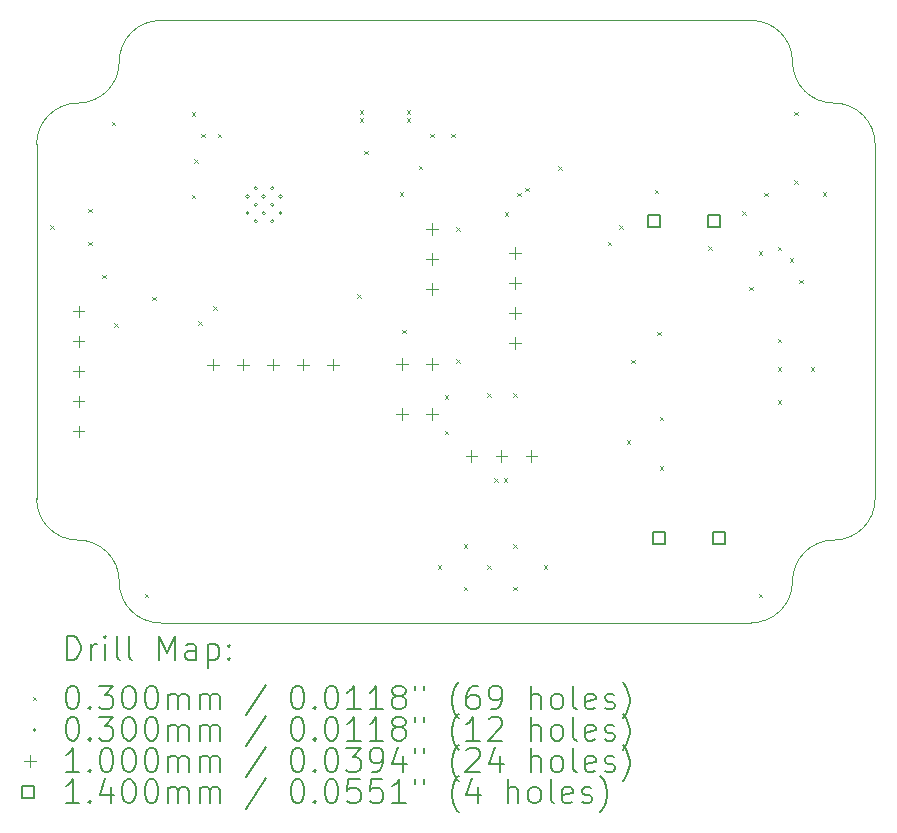
<source format=gbr>
%TF.GenerationSoftware,KiCad,Pcbnew,8.0.4*%
%TF.CreationDate,2024-08-24T09:36:37+02:00*%
%TF.ProjectId,letitrain,6c657469-7472-4616-996e-2e6b69636164,rev?*%
%TF.SameCoordinates,Original*%
%TF.FileFunction,Drillmap*%
%TF.FilePolarity,Positive*%
%FSLAX45Y45*%
G04 Gerber Fmt 4.5, Leading zero omitted, Abs format (unit mm)*
G04 Created by KiCad (PCBNEW 8.0.4) date 2024-08-24 09:36:37*
%MOMM*%
%LPD*%
G01*
G04 APERTURE LIST*
%ADD10C,0.050000*%
%ADD11C,0.200000*%
%ADD12C,0.100000*%
%ADD13C,0.140000*%
G04 APERTURE END LIST*
D10*
X3500000Y-7550000D02*
G75*
G02*
X3150000Y-7200000I0J350000D01*
G01*
X3850000Y-3500000D02*
G75*
G02*
X4200000Y-3150000I350000J0D01*
G01*
X9900000Y-3850000D02*
G75*
G02*
X9550000Y-3500000I0J350000D01*
G01*
X10250000Y-7200000D02*
G75*
G02*
X9900000Y-7550000I-350000J0D01*
G01*
X9550000Y-7900000D02*
G75*
G02*
X9200000Y-8250000I-350000J0D01*
G01*
X3500000Y-7550000D02*
G75*
G02*
X3850000Y-7900000I0J-350000D01*
G01*
X3150000Y-7200000D02*
X3150000Y-4200000D01*
X10250000Y-4200000D02*
X10250000Y-7200000D01*
X9200000Y-8250000D02*
X4200000Y-8250000D01*
X9550000Y-7900000D02*
G75*
G02*
X9900000Y-7550000I350000J0D01*
G01*
X9200000Y-3150000D02*
G75*
G02*
X9550000Y-3500000I0J-350000D01*
G01*
X4200000Y-3150000D02*
X9200000Y-3150000D01*
X3850000Y-3500000D02*
G75*
G02*
X3500000Y-3850000I-350000J0D01*
G01*
X4200000Y-8250000D02*
G75*
G02*
X3850000Y-7900000I-4980J345020D01*
G01*
X9900000Y-3850000D02*
G75*
G02*
X10250000Y-4200000I0J-350000D01*
G01*
X3150000Y-4200000D02*
G75*
G02*
X3500000Y-3850000I350000J0D01*
G01*
D11*
D12*
X3265000Y-4885000D02*
X3295000Y-4915000D01*
X3295000Y-4885000D02*
X3265000Y-4915000D01*
X3585000Y-4745000D02*
X3615000Y-4775000D01*
X3615000Y-4745000D02*
X3585000Y-4775000D01*
X3585000Y-5025000D02*
X3615000Y-5055000D01*
X3615000Y-5025000D02*
X3585000Y-5055000D01*
X3705000Y-5305000D02*
X3735000Y-5335000D01*
X3735000Y-5305000D02*
X3705000Y-5335000D01*
X3785000Y-4009000D02*
X3815000Y-4039000D01*
X3815000Y-4009000D02*
X3785000Y-4039000D01*
X3805000Y-5715000D02*
X3835000Y-5745000D01*
X3835000Y-5715000D02*
X3805000Y-5745000D01*
X4065000Y-8005000D02*
X4095000Y-8035000D01*
X4095000Y-8005000D02*
X4065000Y-8035000D01*
X4130000Y-5489000D02*
X4160000Y-5519000D01*
X4160000Y-5489000D02*
X4130000Y-5519000D01*
X4465000Y-3929000D02*
X4495000Y-3959000D01*
X4495000Y-3929000D02*
X4465000Y-3959000D01*
X4465000Y-4625000D02*
X4495000Y-4655000D01*
X4495000Y-4625000D02*
X4465000Y-4655000D01*
X4485000Y-4325000D02*
X4515000Y-4355000D01*
X4515000Y-4325000D02*
X4485000Y-4355000D01*
X4520000Y-5699000D02*
X4550000Y-5729000D01*
X4550000Y-5699000D02*
X4520000Y-5729000D01*
X4545000Y-4109000D02*
X4575000Y-4139000D01*
X4575000Y-4109000D02*
X4545000Y-4139000D01*
X4645000Y-5569000D02*
X4675000Y-5599000D01*
X4675000Y-5569000D02*
X4645000Y-5599000D01*
X4685000Y-4109000D02*
X4715000Y-4139000D01*
X4715000Y-4109000D02*
X4685000Y-4139000D01*
X5865000Y-5469000D02*
X5895000Y-5499000D01*
X5895000Y-5469000D02*
X5865000Y-5499000D01*
X5885000Y-3909000D02*
X5915000Y-3939000D01*
X5915000Y-3909000D02*
X5885000Y-3939000D01*
X5885000Y-3979000D02*
X5915000Y-4009000D01*
X5915000Y-3979000D02*
X5885000Y-4009000D01*
X5925000Y-4254400D02*
X5955000Y-4284400D01*
X5955000Y-4254400D02*
X5925000Y-4284400D01*
X6225000Y-4605000D02*
X6255000Y-4635000D01*
X6255000Y-4605000D02*
X6225000Y-4635000D01*
X6245000Y-5769000D02*
X6275000Y-5799000D01*
X6275000Y-5769000D02*
X6245000Y-5799000D01*
X6285000Y-3909000D02*
X6315000Y-3939000D01*
X6315000Y-3909000D02*
X6285000Y-3939000D01*
X6285000Y-3979000D02*
X6315000Y-4009000D01*
X6315000Y-3979000D02*
X6285000Y-4009000D01*
X6385000Y-4379800D02*
X6415000Y-4409800D01*
X6415000Y-4379800D02*
X6385000Y-4409800D01*
X6485000Y-4109000D02*
X6515000Y-4139000D01*
X6515000Y-4109000D02*
X6485000Y-4139000D01*
X6545000Y-7765000D02*
X6575000Y-7795000D01*
X6575000Y-7765000D02*
X6545000Y-7795000D01*
X6605000Y-6325000D02*
X6635000Y-6355000D01*
X6635000Y-6325000D02*
X6605000Y-6355000D01*
X6605000Y-6625000D02*
X6635000Y-6655000D01*
X6635000Y-6625000D02*
X6605000Y-6655000D01*
X6661500Y-4109000D02*
X6691500Y-4139000D01*
X6691500Y-4109000D02*
X6661500Y-4139000D01*
X6705000Y-4899000D02*
X6735000Y-4929000D01*
X6735000Y-4899000D02*
X6705000Y-4929000D01*
X6705000Y-6019000D02*
X6735000Y-6049000D01*
X6735000Y-6019000D02*
X6705000Y-6049000D01*
X6765000Y-7585000D02*
X6795000Y-7615000D01*
X6795000Y-7585000D02*
X6765000Y-7615000D01*
X6765000Y-7945000D02*
X6795000Y-7975000D01*
X6795000Y-7945000D02*
X6765000Y-7975000D01*
X6965000Y-6305000D02*
X6995000Y-6335000D01*
X6995000Y-6305000D02*
X6965000Y-6335000D01*
X6965000Y-7765000D02*
X6995000Y-7795000D01*
X6995000Y-7765000D02*
X6965000Y-7795000D01*
X7025000Y-7025000D02*
X7055000Y-7055000D01*
X7055000Y-7025000D02*
X7025000Y-7055000D01*
X7105000Y-7025000D02*
X7135000Y-7055000D01*
X7135000Y-7025000D02*
X7105000Y-7055000D01*
X7115000Y-4775000D02*
X7145000Y-4805000D01*
X7145000Y-4775000D02*
X7115000Y-4805000D01*
X7185000Y-6305000D02*
X7215000Y-6335000D01*
X7215000Y-6305000D02*
X7185000Y-6335000D01*
X7185000Y-7585000D02*
X7215000Y-7615000D01*
X7215000Y-7585000D02*
X7185000Y-7615000D01*
X7185000Y-7945000D02*
X7215000Y-7975000D01*
X7215000Y-7945000D02*
X7185000Y-7975000D01*
X7217556Y-4608027D02*
X7247556Y-4638027D01*
X7247556Y-4608027D02*
X7217556Y-4638027D01*
X7285000Y-4565000D02*
X7315000Y-4595000D01*
X7315000Y-4565000D02*
X7285000Y-4595000D01*
X7445000Y-7765000D02*
X7475000Y-7795000D01*
X7475000Y-7765000D02*
X7445000Y-7795000D01*
X7565000Y-4385000D02*
X7595000Y-4415000D01*
X7595000Y-4385000D02*
X7565000Y-4415000D01*
X7985000Y-5025000D02*
X8015000Y-5055000D01*
X8015000Y-5025000D02*
X7985000Y-5055000D01*
X8085000Y-4885000D02*
X8115000Y-4915000D01*
X8115000Y-4885000D02*
X8085000Y-4915000D01*
X8145000Y-6705000D02*
X8175000Y-6735000D01*
X8175000Y-6705000D02*
X8145000Y-6735000D01*
X8185000Y-6025000D02*
X8215000Y-6055000D01*
X8215000Y-6025000D02*
X8185000Y-6055000D01*
X8385000Y-4585000D02*
X8415000Y-4615000D01*
X8415000Y-4585000D02*
X8385000Y-4615000D01*
X8405000Y-5785000D02*
X8435000Y-5815000D01*
X8435000Y-5785000D02*
X8405000Y-5815000D01*
X8425000Y-6505000D02*
X8455000Y-6535000D01*
X8455000Y-6505000D02*
X8425000Y-6535000D01*
X8425000Y-6925000D02*
X8455000Y-6955000D01*
X8455000Y-6925000D02*
X8425000Y-6955000D01*
X8835000Y-5060000D02*
X8865000Y-5090000D01*
X8865000Y-5060000D02*
X8835000Y-5090000D01*
X9125000Y-4765000D02*
X9155000Y-4795000D01*
X9155000Y-4765000D02*
X9125000Y-4795000D01*
X9185000Y-5405000D02*
X9215000Y-5435000D01*
X9215000Y-5405000D02*
X9185000Y-5435000D01*
X9265000Y-5105000D02*
X9295000Y-5135000D01*
X9295000Y-5105000D02*
X9265000Y-5135000D01*
X9265000Y-8005000D02*
X9295000Y-8035000D01*
X9295000Y-8005000D02*
X9265000Y-8035000D01*
X9310000Y-4610000D02*
X9340000Y-4640000D01*
X9340000Y-4610000D02*
X9310000Y-4640000D01*
X9425000Y-5065000D02*
X9455000Y-5095000D01*
X9455000Y-5065000D02*
X9425000Y-5095000D01*
X9425000Y-5845000D02*
X9455000Y-5875000D01*
X9455000Y-5845000D02*
X9425000Y-5875000D01*
X9425000Y-6085000D02*
X9455000Y-6115000D01*
X9455000Y-6085000D02*
X9425000Y-6115000D01*
X9425000Y-6365000D02*
X9455000Y-6395000D01*
X9455000Y-6365000D02*
X9425000Y-6395000D01*
X9525000Y-5165000D02*
X9555000Y-5195000D01*
X9555000Y-5165000D02*
X9525000Y-5195000D01*
X9565000Y-3925000D02*
X9595000Y-3955000D01*
X9595000Y-3925000D02*
X9565000Y-3955000D01*
X9565000Y-4505000D02*
X9595000Y-4535000D01*
X9595000Y-4505000D02*
X9565000Y-4535000D01*
X9605000Y-5345000D02*
X9635000Y-5375000D01*
X9635000Y-5345000D02*
X9605000Y-5375000D01*
X9705000Y-6085000D02*
X9735000Y-6115000D01*
X9735000Y-6085000D02*
X9705000Y-6115000D01*
X9805000Y-4605000D02*
X9835000Y-4635000D01*
X9835000Y-4605000D02*
X9805000Y-4635000D01*
X4950000Y-4642000D02*
G75*
G02*
X4920000Y-4642000I-15000J0D01*
G01*
X4920000Y-4642000D02*
G75*
G02*
X4950000Y-4642000I15000J0D01*
G01*
X4950000Y-4782000D02*
G75*
G02*
X4920000Y-4782000I-15000J0D01*
G01*
X4920000Y-4782000D02*
G75*
G02*
X4950000Y-4782000I15000J0D01*
G01*
X5020000Y-4572000D02*
G75*
G02*
X4990000Y-4572000I-15000J0D01*
G01*
X4990000Y-4572000D02*
G75*
G02*
X5020000Y-4572000I15000J0D01*
G01*
X5020000Y-4712000D02*
G75*
G02*
X4990000Y-4712000I-15000J0D01*
G01*
X4990000Y-4712000D02*
G75*
G02*
X5020000Y-4712000I15000J0D01*
G01*
X5020000Y-4852000D02*
G75*
G02*
X4990000Y-4852000I-15000J0D01*
G01*
X4990000Y-4852000D02*
G75*
G02*
X5020000Y-4852000I15000J0D01*
G01*
X5087500Y-4642000D02*
G75*
G02*
X5057500Y-4642000I-15000J0D01*
G01*
X5057500Y-4642000D02*
G75*
G02*
X5087500Y-4642000I15000J0D01*
G01*
X5087500Y-4782000D02*
G75*
G02*
X5057500Y-4782000I-15000J0D01*
G01*
X5057500Y-4782000D02*
G75*
G02*
X5087500Y-4782000I15000J0D01*
G01*
X5160000Y-4572000D02*
G75*
G02*
X5130000Y-4572000I-15000J0D01*
G01*
X5130000Y-4572000D02*
G75*
G02*
X5160000Y-4572000I15000J0D01*
G01*
X5160000Y-4712000D02*
G75*
G02*
X5130000Y-4712000I-15000J0D01*
G01*
X5130000Y-4712000D02*
G75*
G02*
X5160000Y-4712000I15000J0D01*
G01*
X5160000Y-4852000D02*
G75*
G02*
X5130000Y-4852000I-15000J0D01*
G01*
X5130000Y-4852000D02*
G75*
G02*
X5160000Y-4852000I15000J0D01*
G01*
X5230000Y-4642000D02*
G75*
G02*
X5200000Y-4642000I-15000J0D01*
G01*
X5200000Y-4642000D02*
G75*
G02*
X5230000Y-4642000I15000J0D01*
G01*
X5230000Y-4782000D02*
G75*
G02*
X5200000Y-4782000I-15000J0D01*
G01*
X5200000Y-4782000D02*
G75*
G02*
X5230000Y-4782000I15000J0D01*
G01*
X3505000Y-5564000D02*
X3505000Y-5664000D01*
X3455000Y-5614000D02*
X3555000Y-5614000D01*
X3505000Y-5818000D02*
X3505000Y-5918000D01*
X3455000Y-5868000D02*
X3555000Y-5868000D01*
X3505000Y-6072000D02*
X3505000Y-6172000D01*
X3455000Y-6122000D02*
X3555000Y-6122000D01*
X3505000Y-6326000D02*
X3505000Y-6426000D01*
X3455000Y-6376000D02*
X3555000Y-6376000D01*
X3505000Y-6580000D02*
X3505000Y-6680000D01*
X3455000Y-6630000D02*
X3555000Y-6630000D01*
X4644000Y-6014000D02*
X4644000Y-6114000D01*
X4594000Y-6064000D02*
X4694000Y-6064000D01*
X4898000Y-6014000D02*
X4898000Y-6114000D01*
X4848000Y-6064000D02*
X4948000Y-6064000D01*
X5152000Y-6014000D02*
X5152000Y-6114000D01*
X5102000Y-6064000D02*
X5202000Y-6064000D01*
X5406000Y-6014000D02*
X5406000Y-6114000D01*
X5356000Y-6064000D02*
X5456000Y-6064000D01*
X5660000Y-6014000D02*
X5660000Y-6114000D01*
X5610000Y-6064000D02*
X5710000Y-6064000D01*
X6247000Y-6010000D02*
X6247000Y-6110000D01*
X6197000Y-6060000D02*
X6297000Y-6060000D01*
X6247000Y-6430000D02*
X6247000Y-6530000D01*
X6197000Y-6480000D02*
X6297000Y-6480000D01*
X6500000Y-4866000D02*
X6500000Y-4966000D01*
X6450000Y-4916000D02*
X6550000Y-4916000D01*
X6500000Y-5120000D02*
X6500000Y-5220000D01*
X6450000Y-5170000D02*
X6550000Y-5170000D01*
X6500000Y-5374000D02*
X6500000Y-5474000D01*
X6450000Y-5424000D02*
X6550000Y-5424000D01*
X6501000Y-6010000D02*
X6501000Y-6110000D01*
X6451000Y-6060000D02*
X6551000Y-6060000D01*
X6501000Y-6430000D02*
X6501000Y-6530000D01*
X6451000Y-6480000D02*
X6551000Y-6480000D01*
X6832000Y-6790000D02*
X6832000Y-6890000D01*
X6782000Y-6840000D02*
X6882000Y-6840000D01*
X7086000Y-6790000D02*
X7086000Y-6890000D01*
X7036000Y-6840000D02*
X7136000Y-6840000D01*
X7200000Y-5068000D02*
X7200000Y-5168000D01*
X7150000Y-5118000D02*
X7250000Y-5118000D01*
X7200000Y-5322000D02*
X7200000Y-5422000D01*
X7150000Y-5372000D02*
X7250000Y-5372000D01*
X7200000Y-5576000D02*
X7200000Y-5676000D01*
X7150000Y-5626000D02*
X7250000Y-5626000D01*
X7200000Y-5830000D02*
X7200000Y-5930000D01*
X7150000Y-5880000D02*
X7250000Y-5880000D01*
X7340000Y-6790000D02*
X7340000Y-6890000D01*
X7290000Y-6840000D02*
X7390000Y-6840000D01*
D13*
X8429498Y-4899498D02*
X8429498Y-4800502D01*
X8330502Y-4800502D01*
X8330502Y-4899498D01*
X8429498Y-4899498D01*
X8466498Y-7579498D02*
X8466498Y-7480502D01*
X8367502Y-7480502D01*
X8367502Y-7579498D01*
X8466498Y-7579498D01*
X8937498Y-4899498D02*
X8937498Y-4800502D01*
X8838502Y-4800502D01*
X8838502Y-4899498D01*
X8937498Y-4899498D01*
X8974498Y-7579498D02*
X8974498Y-7480502D01*
X8875502Y-7480502D01*
X8875502Y-7579498D01*
X8974498Y-7579498D01*
D11*
X3408277Y-8564020D02*
X3408277Y-8364020D01*
X3408277Y-8364020D02*
X3455896Y-8364020D01*
X3455896Y-8364020D02*
X3484467Y-8373543D01*
X3484467Y-8373543D02*
X3503515Y-8392591D01*
X3503515Y-8392591D02*
X3513039Y-8411639D01*
X3513039Y-8411639D02*
X3522562Y-8449734D01*
X3522562Y-8449734D02*
X3522562Y-8478305D01*
X3522562Y-8478305D02*
X3513039Y-8516401D01*
X3513039Y-8516401D02*
X3503515Y-8535448D01*
X3503515Y-8535448D02*
X3484467Y-8554496D01*
X3484467Y-8554496D02*
X3455896Y-8564020D01*
X3455896Y-8564020D02*
X3408277Y-8564020D01*
X3608277Y-8564020D02*
X3608277Y-8430686D01*
X3608277Y-8468782D02*
X3617801Y-8449734D01*
X3617801Y-8449734D02*
X3627324Y-8440210D01*
X3627324Y-8440210D02*
X3646372Y-8430686D01*
X3646372Y-8430686D02*
X3665420Y-8430686D01*
X3732086Y-8564020D02*
X3732086Y-8430686D01*
X3732086Y-8364020D02*
X3722562Y-8373543D01*
X3722562Y-8373543D02*
X3732086Y-8383067D01*
X3732086Y-8383067D02*
X3741610Y-8373543D01*
X3741610Y-8373543D02*
X3732086Y-8364020D01*
X3732086Y-8364020D02*
X3732086Y-8383067D01*
X3855896Y-8564020D02*
X3836848Y-8554496D01*
X3836848Y-8554496D02*
X3827324Y-8535448D01*
X3827324Y-8535448D02*
X3827324Y-8364020D01*
X3960658Y-8564020D02*
X3941610Y-8554496D01*
X3941610Y-8554496D02*
X3932086Y-8535448D01*
X3932086Y-8535448D02*
X3932086Y-8364020D01*
X4189229Y-8564020D02*
X4189229Y-8364020D01*
X4189229Y-8364020D02*
X4255896Y-8506877D01*
X4255896Y-8506877D02*
X4322563Y-8364020D01*
X4322563Y-8364020D02*
X4322563Y-8564020D01*
X4503515Y-8564020D02*
X4503515Y-8459258D01*
X4503515Y-8459258D02*
X4493991Y-8440210D01*
X4493991Y-8440210D02*
X4474944Y-8430686D01*
X4474944Y-8430686D02*
X4436848Y-8430686D01*
X4436848Y-8430686D02*
X4417801Y-8440210D01*
X4503515Y-8554496D02*
X4484467Y-8564020D01*
X4484467Y-8564020D02*
X4436848Y-8564020D01*
X4436848Y-8564020D02*
X4417801Y-8554496D01*
X4417801Y-8554496D02*
X4408277Y-8535448D01*
X4408277Y-8535448D02*
X4408277Y-8516401D01*
X4408277Y-8516401D02*
X4417801Y-8497353D01*
X4417801Y-8497353D02*
X4436848Y-8487829D01*
X4436848Y-8487829D02*
X4484467Y-8487829D01*
X4484467Y-8487829D02*
X4503515Y-8478305D01*
X4598753Y-8430686D02*
X4598753Y-8630686D01*
X4598753Y-8440210D02*
X4617801Y-8430686D01*
X4617801Y-8430686D02*
X4655896Y-8430686D01*
X4655896Y-8430686D02*
X4674944Y-8440210D01*
X4674944Y-8440210D02*
X4684467Y-8449734D01*
X4684467Y-8449734D02*
X4693991Y-8468782D01*
X4693991Y-8468782D02*
X4693991Y-8525924D01*
X4693991Y-8525924D02*
X4684467Y-8544972D01*
X4684467Y-8544972D02*
X4674944Y-8554496D01*
X4674944Y-8554496D02*
X4655896Y-8564020D01*
X4655896Y-8564020D02*
X4617801Y-8564020D01*
X4617801Y-8564020D02*
X4598753Y-8554496D01*
X4779705Y-8544972D02*
X4789229Y-8554496D01*
X4789229Y-8554496D02*
X4779705Y-8564020D01*
X4779705Y-8564020D02*
X4770182Y-8554496D01*
X4770182Y-8554496D02*
X4779705Y-8544972D01*
X4779705Y-8544972D02*
X4779705Y-8564020D01*
X4779705Y-8440210D02*
X4789229Y-8449734D01*
X4789229Y-8449734D02*
X4779705Y-8459258D01*
X4779705Y-8459258D02*
X4770182Y-8449734D01*
X4770182Y-8449734D02*
X4779705Y-8440210D01*
X4779705Y-8440210D02*
X4779705Y-8459258D01*
D12*
X3117500Y-8877536D02*
X3147500Y-8907536D01*
X3147500Y-8877536D02*
X3117500Y-8907536D01*
D11*
X3446372Y-8784020D02*
X3465420Y-8784020D01*
X3465420Y-8784020D02*
X3484467Y-8793544D01*
X3484467Y-8793544D02*
X3493991Y-8803067D01*
X3493991Y-8803067D02*
X3503515Y-8822115D01*
X3503515Y-8822115D02*
X3513039Y-8860210D01*
X3513039Y-8860210D02*
X3513039Y-8907829D01*
X3513039Y-8907829D02*
X3503515Y-8945924D01*
X3503515Y-8945924D02*
X3493991Y-8964972D01*
X3493991Y-8964972D02*
X3484467Y-8974496D01*
X3484467Y-8974496D02*
X3465420Y-8984020D01*
X3465420Y-8984020D02*
X3446372Y-8984020D01*
X3446372Y-8984020D02*
X3427324Y-8974496D01*
X3427324Y-8974496D02*
X3417801Y-8964972D01*
X3417801Y-8964972D02*
X3408277Y-8945924D01*
X3408277Y-8945924D02*
X3398753Y-8907829D01*
X3398753Y-8907829D02*
X3398753Y-8860210D01*
X3398753Y-8860210D02*
X3408277Y-8822115D01*
X3408277Y-8822115D02*
X3417801Y-8803067D01*
X3417801Y-8803067D02*
X3427324Y-8793544D01*
X3427324Y-8793544D02*
X3446372Y-8784020D01*
X3598753Y-8964972D02*
X3608277Y-8974496D01*
X3608277Y-8974496D02*
X3598753Y-8984020D01*
X3598753Y-8984020D02*
X3589229Y-8974496D01*
X3589229Y-8974496D02*
X3598753Y-8964972D01*
X3598753Y-8964972D02*
X3598753Y-8984020D01*
X3674943Y-8784020D02*
X3798753Y-8784020D01*
X3798753Y-8784020D02*
X3732086Y-8860210D01*
X3732086Y-8860210D02*
X3760658Y-8860210D01*
X3760658Y-8860210D02*
X3779705Y-8869734D01*
X3779705Y-8869734D02*
X3789229Y-8879258D01*
X3789229Y-8879258D02*
X3798753Y-8898305D01*
X3798753Y-8898305D02*
X3798753Y-8945924D01*
X3798753Y-8945924D02*
X3789229Y-8964972D01*
X3789229Y-8964972D02*
X3779705Y-8974496D01*
X3779705Y-8974496D02*
X3760658Y-8984020D01*
X3760658Y-8984020D02*
X3703515Y-8984020D01*
X3703515Y-8984020D02*
X3684467Y-8974496D01*
X3684467Y-8974496D02*
X3674943Y-8964972D01*
X3922562Y-8784020D02*
X3941610Y-8784020D01*
X3941610Y-8784020D02*
X3960658Y-8793544D01*
X3960658Y-8793544D02*
X3970182Y-8803067D01*
X3970182Y-8803067D02*
X3979705Y-8822115D01*
X3979705Y-8822115D02*
X3989229Y-8860210D01*
X3989229Y-8860210D02*
X3989229Y-8907829D01*
X3989229Y-8907829D02*
X3979705Y-8945924D01*
X3979705Y-8945924D02*
X3970182Y-8964972D01*
X3970182Y-8964972D02*
X3960658Y-8974496D01*
X3960658Y-8974496D02*
X3941610Y-8984020D01*
X3941610Y-8984020D02*
X3922562Y-8984020D01*
X3922562Y-8984020D02*
X3903515Y-8974496D01*
X3903515Y-8974496D02*
X3893991Y-8964972D01*
X3893991Y-8964972D02*
X3884467Y-8945924D01*
X3884467Y-8945924D02*
X3874943Y-8907829D01*
X3874943Y-8907829D02*
X3874943Y-8860210D01*
X3874943Y-8860210D02*
X3884467Y-8822115D01*
X3884467Y-8822115D02*
X3893991Y-8803067D01*
X3893991Y-8803067D02*
X3903515Y-8793544D01*
X3903515Y-8793544D02*
X3922562Y-8784020D01*
X4113039Y-8784020D02*
X4132086Y-8784020D01*
X4132086Y-8784020D02*
X4151134Y-8793544D01*
X4151134Y-8793544D02*
X4160658Y-8803067D01*
X4160658Y-8803067D02*
X4170182Y-8822115D01*
X4170182Y-8822115D02*
X4179705Y-8860210D01*
X4179705Y-8860210D02*
X4179705Y-8907829D01*
X4179705Y-8907829D02*
X4170182Y-8945924D01*
X4170182Y-8945924D02*
X4160658Y-8964972D01*
X4160658Y-8964972D02*
X4151134Y-8974496D01*
X4151134Y-8974496D02*
X4132086Y-8984020D01*
X4132086Y-8984020D02*
X4113039Y-8984020D01*
X4113039Y-8984020D02*
X4093991Y-8974496D01*
X4093991Y-8974496D02*
X4084467Y-8964972D01*
X4084467Y-8964972D02*
X4074943Y-8945924D01*
X4074943Y-8945924D02*
X4065420Y-8907829D01*
X4065420Y-8907829D02*
X4065420Y-8860210D01*
X4065420Y-8860210D02*
X4074943Y-8822115D01*
X4074943Y-8822115D02*
X4084467Y-8803067D01*
X4084467Y-8803067D02*
X4093991Y-8793544D01*
X4093991Y-8793544D02*
X4113039Y-8784020D01*
X4265420Y-8984020D02*
X4265420Y-8850686D01*
X4265420Y-8869734D02*
X4274944Y-8860210D01*
X4274944Y-8860210D02*
X4293991Y-8850686D01*
X4293991Y-8850686D02*
X4322563Y-8850686D01*
X4322563Y-8850686D02*
X4341610Y-8860210D01*
X4341610Y-8860210D02*
X4351134Y-8879258D01*
X4351134Y-8879258D02*
X4351134Y-8984020D01*
X4351134Y-8879258D02*
X4360658Y-8860210D01*
X4360658Y-8860210D02*
X4379705Y-8850686D01*
X4379705Y-8850686D02*
X4408277Y-8850686D01*
X4408277Y-8850686D02*
X4427325Y-8860210D01*
X4427325Y-8860210D02*
X4436848Y-8879258D01*
X4436848Y-8879258D02*
X4436848Y-8984020D01*
X4532086Y-8984020D02*
X4532086Y-8850686D01*
X4532086Y-8869734D02*
X4541610Y-8860210D01*
X4541610Y-8860210D02*
X4560658Y-8850686D01*
X4560658Y-8850686D02*
X4589229Y-8850686D01*
X4589229Y-8850686D02*
X4608277Y-8860210D01*
X4608277Y-8860210D02*
X4617801Y-8879258D01*
X4617801Y-8879258D02*
X4617801Y-8984020D01*
X4617801Y-8879258D02*
X4627325Y-8860210D01*
X4627325Y-8860210D02*
X4646372Y-8850686D01*
X4646372Y-8850686D02*
X4674944Y-8850686D01*
X4674944Y-8850686D02*
X4693991Y-8860210D01*
X4693991Y-8860210D02*
X4703515Y-8879258D01*
X4703515Y-8879258D02*
X4703515Y-8984020D01*
X5093991Y-8774496D02*
X4922563Y-9031639D01*
X5351134Y-8784020D02*
X5370182Y-8784020D01*
X5370182Y-8784020D02*
X5389229Y-8793544D01*
X5389229Y-8793544D02*
X5398753Y-8803067D01*
X5398753Y-8803067D02*
X5408277Y-8822115D01*
X5408277Y-8822115D02*
X5417801Y-8860210D01*
X5417801Y-8860210D02*
X5417801Y-8907829D01*
X5417801Y-8907829D02*
X5408277Y-8945924D01*
X5408277Y-8945924D02*
X5398753Y-8964972D01*
X5398753Y-8964972D02*
X5389229Y-8974496D01*
X5389229Y-8974496D02*
X5370182Y-8984020D01*
X5370182Y-8984020D02*
X5351134Y-8984020D01*
X5351134Y-8984020D02*
X5332087Y-8974496D01*
X5332087Y-8974496D02*
X5322563Y-8964972D01*
X5322563Y-8964972D02*
X5313039Y-8945924D01*
X5313039Y-8945924D02*
X5303515Y-8907829D01*
X5303515Y-8907829D02*
X5303515Y-8860210D01*
X5303515Y-8860210D02*
X5313039Y-8822115D01*
X5313039Y-8822115D02*
X5322563Y-8803067D01*
X5322563Y-8803067D02*
X5332087Y-8793544D01*
X5332087Y-8793544D02*
X5351134Y-8784020D01*
X5503515Y-8964972D02*
X5513039Y-8974496D01*
X5513039Y-8974496D02*
X5503515Y-8984020D01*
X5503515Y-8984020D02*
X5493991Y-8974496D01*
X5493991Y-8974496D02*
X5503515Y-8964972D01*
X5503515Y-8964972D02*
X5503515Y-8984020D01*
X5636848Y-8784020D02*
X5655896Y-8784020D01*
X5655896Y-8784020D02*
X5674944Y-8793544D01*
X5674944Y-8793544D02*
X5684467Y-8803067D01*
X5684467Y-8803067D02*
X5693991Y-8822115D01*
X5693991Y-8822115D02*
X5703515Y-8860210D01*
X5703515Y-8860210D02*
X5703515Y-8907829D01*
X5703515Y-8907829D02*
X5693991Y-8945924D01*
X5693991Y-8945924D02*
X5684467Y-8964972D01*
X5684467Y-8964972D02*
X5674944Y-8974496D01*
X5674944Y-8974496D02*
X5655896Y-8984020D01*
X5655896Y-8984020D02*
X5636848Y-8984020D01*
X5636848Y-8984020D02*
X5617801Y-8974496D01*
X5617801Y-8974496D02*
X5608277Y-8964972D01*
X5608277Y-8964972D02*
X5598753Y-8945924D01*
X5598753Y-8945924D02*
X5589229Y-8907829D01*
X5589229Y-8907829D02*
X5589229Y-8860210D01*
X5589229Y-8860210D02*
X5598753Y-8822115D01*
X5598753Y-8822115D02*
X5608277Y-8803067D01*
X5608277Y-8803067D02*
X5617801Y-8793544D01*
X5617801Y-8793544D02*
X5636848Y-8784020D01*
X5893991Y-8984020D02*
X5779706Y-8984020D01*
X5836848Y-8984020D02*
X5836848Y-8784020D01*
X5836848Y-8784020D02*
X5817801Y-8812591D01*
X5817801Y-8812591D02*
X5798753Y-8831639D01*
X5798753Y-8831639D02*
X5779706Y-8841163D01*
X6084467Y-8984020D02*
X5970182Y-8984020D01*
X6027325Y-8984020D02*
X6027325Y-8784020D01*
X6027325Y-8784020D02*
X6008277Y-8812591D01*
X6008277Y-8812591D02*
X5989229Y-8831639D01*
X5989229Y-8831639D02*
X5970182Y-8841163D01*
X6198753Y-8869734D02*
X6179706Y-8860210D01*
X6179706Y-8860210D02*
X6170182Y-8850686D01*
X6170182Y-8850686D02*
X6160658Y-8831639D01*
X6160658Y-8831639D02*
X6160658Y-8822115D01*
X6160658Y-8822115D02*
X6170182Y-8803067D01*
X6170182Y-8803067D02*
X6179706Y-8793544D01*
X6179706Y-8793544D02*
X6198753Y-8784020D01*
X6198753Y-8784020D02*
X6236848Y-8784020D01*
X6236848Y-8784020D02*
X6255896Y-8793544D01*
X6255896Y-8793544D02*
X6265420Y-8803067D01*
X6265420Y-8803067D02*
X6274944Y-8822115D01*
X6274944Y-8822115D02*
X6274944Y-8831639D01*
X6274944Y-8831639D02*
X6265420Y-8850686D01*
X6265420Y-8850686D02*
X6255896Y-8860210D01*
X6255896Y-8860210D02*
X6236848Y-8869734D01*
X6236848Y-8869734D02*
X6198753Y-8869734D01*
X6198753Y-8869734D02*
X6179706Y-8879258D01*
X6179706Y-8879258D02*
X6170182Y-8888782D01*
X6170182Y-8888782D02*
X6160658Y-8907829D01*
X6160658Y-8907829D02*
X6160658Y-8945924D01*
X6160658Y-8945924D02*
X6170182Y-8964972D01*
X6170182Y-8964972D02*
X6179706Y-8974496D01*
X6179706Y-8974496D02*
X6198753Y-8984020D01*
X6198753Y-8984020D02*
X6236848Y-8984020D01*
X6236848Y-8984020D02*
X6255896Y-8974496D01*
X6255896Y-8974496D02*
X6265420Y-8964972D01*
X6265420Y-8964972D02*
X6274944Y-8945924D01*
X6274944Y-8945924D02*
X6274944Y-8907829D01*
X6274944Y-8907829D02*
X6265420Y-8888782D01*
X6265420Y-8888782D02*
X6255896Y-8879258D01*
X6255896Y-8879258D02*
X6236848Y-8869734D01*
X6351134Y-8784020D02*
X6351134Y-8822115D01*
X6427325Y-8784020D02*
X6427325Y-8822115D01*
X6722563Y-9060210D02*
X6713039Y-9050686D01*
X6713039Y-9050686D02*
X6693991Y-9022115D01*
X6693991Y-9022115D02*
X6684468Y-9003067D01*
X6684468Y-9003067D02*
X6674944Y-8974496D01*
X6674944Y-8974496D02*
X6665420Y-8926877D01*
X6665420Y-8926877D02*
X6665420Y-8888782D01*
X6665420Y-8888782D02*
X6674944Y-8841163D01*
X6674944Y-8841163D02*
X6684468Y-8812591D01*
X6684468Y-8812591D02*
X6693991Y-8793544D01*
X6693991Y-8793544D02*
X6713039Y-8764972D01*
X6713039Y-8764972D02*
X6722563Y-8755448D01*
X6884468Y-8784020D02*
X6846372Y-8784020D01*
X6846372Y-8784020D02*
X6827325Y-8793544D01*
X6827325Y-8793544D02*
X6817801Y-8803067D01*
X6817801Y-8803067D02*
X6798753Y-8831639D01*
X6798753Y-8831639D02*
X6789229Y-8869734D01*
X6789229Y-8869734D02*
X6789229Y-8945924D01*
X6789229Y-8945924D02*
X6798753Y-8964972D01*
X6798753Y-8964972D02*
X6808277Y-8974496D01*
X6808277Y-8974496D02*
X6827325Y-8984020D01*
X6827325Y-8984020D02*
X6865420Y-8984020D01*
X6865420Y-8984020D02*
X6884468Y-8974496D01*
X6884468Y-8974496D02*
X6893991Y-8964972D01*
X6893991Y-8964972D02*
X6903515Y-8945924D01*
X6903515Y-8945924D02*
X6903515Y-8898305D01*
X6903515Y-8898305D02*
X6893991Y-8879258D01*
X6893991Y-8879258D02*
X6884468Y-8869734D01*
X6884468Y-8869734D02*
X6865420Y-8860210D01*
X6865420Y-8860210D02*
X6827325Y-8860210D01*
X6827325Y-8860210D02*
X6808277Y-8869734D01*
X6808277Y-8869734D02*
X6798753Y-8879258D01*
X6798753Y-8879258D02*
X6789229Y-8898305D01*
X6998753Y-8984020D02*
X7036848Y-8984020D01*
X7036848Y-8984020D02*
X7055896Y-8974496D01*
X7055896Y-8974496D02*
X7065420Y-8964972D01*
X7065420Y-8964972D02*
X7084468Y-8936401D01*
X7084468Y-8936401D02*
X7093991Y-8898305D01*
X7093991Y-8898305D02*
X7093991Y-8822115D01*
X7093991Y-8822115D02*
X7084468Y-8803067D01*
X7084468Y-8803067D02*
X7074944Y-8793544D01*
X7074944Y-8793544D02*
X7055896Y-8784020D01*
X7055896Y-8784020D02*
X7017801Y-8784020D01*
X7017801Y-8784020D02*
X6998753Y-8793544D01*
X6998753Y-8793544D02*
X6989229Y-8803067D01*
X6989229Y-8803067D02*
X6979706Y-8822115D01*
X6979706Y-8822115D02*
X6979706Y-8869734D01*
X6979706Y-8869734D02*
X6989229Y-8888782D01*
X6989229Y-8888782D02*
X6998753Y-8898305D01*
X6998753Y-8898305D02*
X7017801Y-8907829D01*
X7017801Y-8907829D02*
X7055896Y-8907829D01*
X7055896Y-8907829D02*
X7074944Y-8898305D01*
X7074944Y-8898305D02*
X7084468Y-8888782D01*
X7084468Y-8888782D02*
X7093991Y-8869734D01*
X7332087Y-8984020D02*
X7332087Y-8784020D01*
X7417801Y-8984020D02*
X7417801Y-8879258D01*
X7417801Y-8879258D02*
X7408277Y-8860210D01*
X7408277Y-8860210D02*
X7389230Y-8850686D01*
X7389230Y-8850686D02*
X7360658Y-8850686D01*
X7360658Y-8850686D02*
X7341610Y-8860210D01*
X7341610Y-8860210D02*
X7332087Y-8869734D01*
X7541610Y-8984020D02*
X7522563Y-8974496D01*
X7522563Y-8974496D02*
X7513039Y-8964972D01*
X7513039Y-8964972D02*
X7503515Y-8945924D01*
X7503515Y-8945924D02*
X7503515Y-8888782D01*
X7503515Y-8888782D02*
X7513039Y-8869734D01*
X7513039Y-8869734D02*
X7522563Y-8860210D01*
X7522563Y-8860210D02*
X7541610Y-8850686D01*
X7541610Y-8850686D02*
X7570182Y-8850686D01*
X7570182Y-8850686D02*
X7589230Y-8860210D01*
X7589230Y-8860210D02*
X7598753Y-8869734D01*
X7598753Y-8869734D02*
X7608277Y-8888782D01*
X7608277Y-8888782D02*
X7608277Y-8945924D01*
X7608277Y-8945924D02*
X7598753Y-8964972D01*
X7598753Y-8964972D02*
X7589230Y-8974496D01*
X7589230Y-8974496D02*
X7570182Y-8984020D01*
X7570182Y-8984020D02*
X7541610Y-8984020D01*
X7722563Y-8984020D02*
X7703515Y-8974496D01*
X7703515Y-8974496D02*
X7693991Y-8955448D01*
X7693991Y-8955448D02*
X7693991Y-8784020D01*
X7874944Y-8974496D02*
X7855896Y-8984020D01*
X7855896Y-8984020D02*
X7817801Y-8984020D01*
X7817801Y-8984020D02*
X7798753Y-8974496D01*
X7798753Y-8974496D02*
X7789230Y-8955448D01*
X7789230Y-8955448D02*
X7789230Y-8879258D01*
X7789230Y-8879258D02*
X7798753Y-8860210D01*
X7798753Y-8860210D02*
X7817801Y-8850686D01*
X7817801Y-8850686D02*
X7855896Y-8850686D01*
X7855896Y-8850686D02*
X7874944Y-8860210D01*
X7874944Y-8860210D02*
X7884468Y-8879258D01*
X7884468Y-8879258D02*
X7884468Y-8898305D01*
X7884468Y-8898305D02*
X7789230Y-8917353D01*
X7960658Y-8974496D02*
X7979706Y-8984020D01*
X7979706Y-8984020D02*
X8017801Y-8984020D01*
X8017801Y-8984020D02*
X8036849Y-8974496D01*
X8036849Y-8974496D02*
X8046372Y-8955448D01*
X8046372Y-8955448D02*
X8046372Y-8945924D01*
X8046372Y-8945924D02*
X8036849Y-8926877D01*
X8036849Y-8926877D02*
X8017801Y-8917353D01*
X8017801Y-8917353D02*
X7989230Y-8917353D01*
X7989230Y-8917353D02*
X7970182Y-8907829D01*
X7970182Y-8907829D02*
X7960658Y-8888782D01*
X7960658Y-8888782D02*
X7960658Y-8879258D01*
X7960658Y-8879258D02*
X7970182Y-8860210D01*
X7970182Y-8860210D02*
X7989230Y-8850686D01*
X7989230Y-8850686D02*
X8017801Y-8850686D01*
X8017801Y-8850686D02*
X8036849Y-8860210D01*
X8113039Y-9060210D02*
X8122563Y-9050686D01*
X8122563Y-9050686D02*
X8141611Y-9022115D01*
X8141611Y-9022115D02*
X8151134Y-9003067D01*
X8151134Y-9003067D02*
X8160658Y-8974496D01*
X8160658Y-8974496D02*
X8170182Y-8926877D01*
X8170182Y-8926877D02*
X8170182Y-8888782D01*
X8170182Y-8888782D02*
X8160658Y-8841163D01*
X8160658Y-8841163D02*
X8151134Y-8812591D01*
X8151134Y-8812591D02*
X8141611Y-8793544D01*
X8141611Y-8793544D02*
X8122563Y-8764972D01*
X8122563Y-8764972D02*
X8113039Y-8755448D01*
D12*
X3147500Y-9156536D02*
G75*
G02*
X3117500Y-9156536I-15000J0D01*
G01*
X3117500Y-9156536D02*
G75*
G02*
X3147500Y-9156536I15000J0D01*
G01*
D11*
X3446372Y-9048020D02*
X3465420Y-9048020D01*
X3465420Y-9048020D02*
X3484467Y-9057544D01*
X3484467Y-9057544D02*
X3493991Y-9067067D01*
X3493991Y-9067067D02*
X3503515Y-9086115D01*
X3503515Y-9086115D02*
X3513039Y-9124210D01*
X3513039Y-9124210D02*
X3513039Y-9171829D01*
X3513039Y-9171829D02*
X3503515Y-9209924D01*
X3503515Y-9209924D02*
X3493991Y-9228972D01*
X3493991Y-9228972D02*
X3484467Y-9238496D01*
X3484467Y-9238496D02*
X3465420Y-9248020D01*
X3465420Y-9248020D02*
X3446372Y-9248020D01*
X3446372Y-9248020D02*
X3427324Y-9238496D01*
X3427324Y-9238496D02*
X3417801Y-9228972D01*
X3417801Y-9228972D02*
X3408277Y-9209924D01*
X3408277Y-9209924D02*
X3398753Y-9171829D01*
X3398753Y-9171829D02*
X3398753Y-9124210D01*
X3398753Y-9124210D02*
X3408277Y-9086115D01*
X3408277Y-9086115D02*
X3417801Y-9067067D01*
X3417801Y-9067067D02*
X3427324Y-9057544D01*
X3427324Y-9057544D02*
X3446372Y-9048020D01*
X3598753Y-9228972D02*
X3608277Y-9238496D01*
X3608277Y-9238496D02*
X3598753Y-9248020D01*
X3598753Y-9248020D02*
X3589229Y-9238496D01*
X3589229Y-9238496D02*
X3598753Y-9228972D01*
X3598753Y-9228972D02*
X3598753Y-9248020D01*
X3674943Y-9048020D02*
X3798753Y-9048020D01*
X3798753Y-9048020D02*
X3732086Y-9124210D01*
X3732086Y-9124210D02*
X3760658Y-9124210D01*
X3760658Y-9124210D02*
X3779705Y-9133734D01*
X3779705Y-9133734D02*
X3789229Y-9143258D01*
X3789229Y-9143258D02*
X3798753Y-9162305D01*
X3798753Y-9162305D02*
X3798753Y-9209924D01*
X3798753Y-9209924D02*
X3789229Y-9228972D01*
X3789229Y-9228972D02*
X3779705Y-9238496D01*
X3779705Y-9238496D02*
X3760658Y-9248020D01*
X3760658Y-9248020D02*
X3703515Y-9248020D01*
X3703515Y-9248020D02*
X3684467Y-9238496D01*
X3684467Y-9238496D02*
X3674943Y-9228972D01*
X3922562Y-9048020D02*
X3941610Y-9048020D01*
X3941610Y-9048020D02*
X3960658Y-9057544D01*
X3960658Y-9057544D02*
X3970182Y-9067067D01*
X3970182Y-9067067D02*
X3979705Y-9086115D01*
X3979705Y-9086115D02*
X3989229Y-9124210D01*
X3989229Y-9124210D02*
X3989229Y-9171829D01*
X3989229Y-9171829D02*
X3979705Y-9209924D01*
X3979705Y-9209924D02*
X3970182Y-9228972D01*
X3970182Y-9228972D02*
X3960658Y-9238496D01*
X3960658Y-9238496D02*
X3941610Y-9248020D01*
X3941610Y-9248020D02*
X3922562Y-9248020D01*
X3922562Y-9248020D02*
X3903515Y-9238496D01*
X3903515Y-9238496D02*
X3893991Y-9228972D01*
X3893991Y-9228972D02*
X3884467Y-9209924D01*
X3884467Y-9209924D02*
X3874943Y-9171829D01*
X3874943Y-9171829D02*
X3874943Y-9124210D01*
X3874943Y-9124210D02*
X3884467Y-9086115D01*
X3884467Y-9086115D02*
X3893991Y-9067067D01*
X3893991Y-9067067D02*
X3903515Y-9057544D01*
X3903515Y-9057544D02*
X3922562Y-9048020D01*
X4113039Y-9048020D02*
X4132086Y-9048020D01*
X4132086Y-9048020D02*
X4151134Y-9057544D01*
X4151134Y-9057544D02*
X4160658Y-9067067D01*
X4160658Y-9067067D02*
X4170182Y-9086115D01*
X4170182Y-9086115D02*
X4179705Y-9124210D01*
X4179705Y-9124210D02*
X4179705Y-9171829D01*
X4179705Y-9171829D02*
X4170182Y-9209924D01*
X4170182Y-9209924D02*
X4160658Y-9228972D01*
X4160658Y-9228972D02*
X4151134Y-9238496D01*
X4151134Y-9238496D02*
X4132086Y-9248020D01*
X4132086Y-9248020D02*
X4113039Y-9248020D01*
X4113039Y-9248020D02*
X4093991Y-9238496D01*
X4093991Y-9238496D02*
X4084467Y-9228972D01*
X4084467Y-9228972D02*
X4074943Y-9209924D01*
X4074943Y-9209924D02*
X4065420Y-9171829D01*
X4065420Y-9171829D02*
X4065420Y-9124210D01*
X4065420Y-9124210D02*
X4074943Y-9086115D01*
X4074943Y-9086115D02*
X4084467Y-9067067D01*
X4084467Y-9067067D02*
X4093991Y-9057544D01*
X4093991Y-9057544D02*
X4113039Y-9048020D01*
X4265420Y-9248020D02*
X4265420Y-9114686D01*
X4265420Y-9133734D02*
X4274944Y-9124210D01*
X4274944Y-9124210D02*
X4293991Y-9114686D01*
X4293991Y-9114686D02*
X4322563Y-9114686D01*
X4322563Y-9114686D02*
X4341610Y-9124210D01*
X4341610Y-9124210D02*
X4351134Y-9143258D01*
X4351134Y-9143258D02*
X4351134Y-9248020D01*
X4351134Y-9143258D02*
X4360658Y-9124210D01*
X4360658Y-9124210D02*
X4379705Y-9114686D01*
X4379705Y-9114686D02*
X4408277Y-9114686D01*
X4408277Y-9114686D02*
X4427325Y-9124210D01*
X4427325Y-9124210D02*
X4436848Y-9143258D01*
X4436848Y-9143258D02*
X4436848Y-9248020D01*
X4532086Y-9248020D02*
X4532086Y-9114686D01*
X4532086Y-9133734D02*
X4541610Y-9124210D01*
X4541610Y-9124210D02*
X4560658Y-9114686D01*
X4560658Y-9114686D02*
X4589229Y-9114686D01*
X4589229Y-9114686D02*
X4608277Y-9124210D01*
X4608277Y-9124210D02*
X4617801Y-9143258D01*
X4617801Y-9143258D02*
X4617801Y-9248020D01*
X4617801Y-9143258D02*
X4627325Y-9124210D01*
X4627325Y-9124210D02*
X4646372Y-9114686D01*
X4646372Y-9114686D02*
X4674944Y-9114686D01*
X4674944Y-9114686D02*
X4693991Y-9124210D01*
X4693991Y-9124210D02*
X4703515Y-9143258D01*
X4703515Y-9143258D02*
X4703515Y-9248020D01*
X5093991Y-9038496D02*
X4922563Y-9295639D01*
X5351134Y-9048020D02*
X5370182Y-9048020D01*
X5370182Y-9048020D02*
X5389229Y-9057544D01*
X5389229Y-9057544D02*
X5398753Y-9067067D01*
X5398753Y-9067067D02*
X5408277Y-9086115D01*
X5408277Y-9086115D02*
X5417801Y-9124210D01*
X5417801Y-9124210D02*
X5417801Y-9171829D01*
X5417801Y-9171829D02*
X5408277Y-9209924D01*
X5408277Y-9209924D02*
X5398753Y-9228972D01*
X5398753Y-9228972D02*
X5389229Y-9238496D01*
X5389229Y-9238496D02*
X5370182Y-9248020D01*
X5370182Y-9248020D02*
X5351134Y-9248020D01*
X5351134Y-9248020D02*
X5332087Y-9238496D01*
X5332087Y-9238496D02*
X5322563Y-9228972D01*
X5322563Y-9228972D02*
X5313039Y-9209924D01*
X5313039Y-9209924D02*
X5303515Y-9171829D01*
X5303515Y-9171829D02*
X5303515Y-9124210D01*
X5303515Y-9124210D02*
X5313039Y-9086115D01*
X5313039Y-9086115D02*
X5322563Y-9067067D01*
X5322563Y-9067067D02*
X5332087Y-9057544D01*
X5332087Y-9057544D02*
X5351134Y-9048020D01*
X5503515Y-9228972D02*
X5513039Y-9238496D01*
X5513039Y-9238496D02*
X5503515Y-9248020D01*
X5503515Y-9248020D02*
X5493991Y-9238496D01*
X5493991Y-9238496D02*
X5503515Y-9228972D01*
X5503515Y-9228972D02*
X5503515Y-9248020D01*
X5636848Y-9048020D02*
X5655896Y-9048020D01*
X5655896Y-9048020D02*
X5674944Y-9057544D01*
X5674944Y-9057544D02*
X5684467Y-9067067D01*
X5684467Y-9067067D02*
X5693991Y-9086115D01*
X5693991Y-9086115D02*
X5703515Y-9124210D01*
X5703515Y-9124210D02*
X5703515Y-9171829D01*
X5703515Y-9171829D02*
X5693991Y-9209924D01*
X5693991Y-9209924D02*
X5684467Y-9228972D01*
X5684467Y-9228972D02*
X5674944Y-9238496D01*
X5674944Y-9238496D02*
X5655896Y-9248020D01*
X5655896Y-9248020D02*
X5636848Y-9248020D01*
X5636848Y-9248020D02*
X5617801Y-9238496D01*
X5617801Y-9238496D02*
X5608277Y-9228972D01*
X5608277Y-9228972D02*
X5598753Y-9209924D01*
X5598753Y-9209924D02*
X5589229Y-9171829D01*
X5589229Y-9171829D02*
X5589229Y-9124210D01*
X5589229Y-9124210D02*
X5598753Y-9086115D01*
X5598753Y-9086115D02*
X5608277Y-9067067D01*
X5608277Y-9067067D02*
X5617801Y-9057544D01*
X5617801Y-9057544D02*
X5636848Y-9048020D01*
X5893991Y-9248020D02*
X5779706Y-9248020D01*
X5836848Y-9248020D02*
X5836848Y-9048020D01*
X5836848Y-9048020D02*
X5817801Y-9076591D01*
X5817801Y-9076591D02*
X5798753Y-9095639D01*
X5798753Y-9095639D02*
X5779706Y-9105163D01*
X6084467Y-9248020D02*
X5970182Y-9248020D01*
X6027325Y-9248020D02*
X6027325Y-9048020D01*
X6027325Y-9048020D02*
X6008277Y-9076591D01*
X6008277Y-9076591D02*
X5989229Y-9095639D01*
X5989229Y-9095639D02*
X5970182Y-9105163D01*
X6198753Y-9133734D02*
X6179706Y-9124210D01*
X6179706Y-9124210D02*
X6170182Y-9114686D01*
X6170182Y-9114686D02*
X6160658Y-9095639D01*
X6160658Y-9095639D02*
X6160658Y-9086115D01*
X6160658Y-9086115D02*
X6170182Y-9067067D01*
X6170182Y-9067067D02*
X6179706Y-9057544D01*
X6179706Y-9057544D02*
X6198753Y-9048020D01*
X6198753Y-9048020D02*
X6236848Y-9048020D01*
X6236848Y-9048020D02*
X6255896Y-9057544D01*
X6255896Y-9057544D02*
X6265420Y-9067067D01*
X6265420Y-9067067D02*
X6274944Y-9086115D01*
X6274944Y-9086115D02*
X6274944Y-9095639D01*
X6274944Y-9095639D02*
X6265420Y-9114686D01*
X6265420Y-9114686D02*
X6255896Y-9124210D01*
X6255896Y-9124210D02*
X6236848Y-9133734D01*
X6236848Y-9133734D02*
X6198753Y-9133734D01*
X6198753Y-9133734D02*
X6179706Y-9143258D01*
X6179706Y-9143258D02*
X6170182Y-9152782D01*
X6170182Y-9152782D02*
X6160658Y-9171829D01*
X6160658Y-9171829D02*
X6160658Y-9209924D01*
X6160658Y-9209924D02*
X6170182Y-9228972D01*
X6170182Y-9228972D02*
X6179706Y-9238496D01*
X6179706Y-9238496D02*
X6198753Y-9248020D01*
X6198753Y-9248020D02*
X6236848Y-9248020D01*
X6236848Y-9248020D02*
X6255896Y-9238496D01*
X6255896Y-9238496D02*
X6265420Y-9228972D01*
X6265420Y-9228972D02*
X6274944Y-9209924D01*
X6274944Y-9209924D02*
X6274944Y-9171829D01*
X6274944Y-9171829D02*
X6265420Y-9152782D01*
X6265420Y-9152782D02*
X6255896Y-9143258D01*
X6255896Y-9143258D02*
X6236848Y-9133734D01*
X6351134Y-9048020D02*
X6351134Y-9086115D01*
X6427325Y-9048020D02*
X6427325Y-9086115D01*
X6722563Y-9324210D02*
X6713039Y-9314686D01*
X6713039Y-9314686D02*
X6693991Y-9286115D01*
X6693991Y-9286115D02*
X6684468Y-9267067D01*
X6684468Y-9267067D02*
X6674944Y-9238496D01*
X6674944Y-9238496D02*
X6665420Y-9190877D01*
X6665420Y-9190877D02*
X6665420Y-9152782D01*
X6665420Y-9152782D02*
X6674944Y-9105163D01*
X6674944Y-9105163D02*
X6684468Y-9076591D01*
X6684468Y-9076591D02*
X6693991Y-9057544D01*
X6693991Y-9057544D02*
X6713039Y-9028972D01*
X6713039Y-9028972D02*
X6722563Y-9019448D01*
X6903515Y-9248020D02*
X6789229Y-9248020D01*
X6846372Y-9248020D02*
X6846372Y-9048020D01*
X6846372Y-9048020D02*
X6827325Y-9076591D01*
X6827325Y-9076591D02*
X6808277Y-9095639D01*
X6808277Y-9095639D02*
X6789229Y-9105163D01*
X6979706Y-9067067D02*
X6989229Y-9057544D01*
X6989229Y-9057544D02*
X7008277Y-9048020D01*
X7008277Y-9048020D02*
X7055896Y-9048020D01*
X7055896Y-9048020D02*
X7074944Y-9057544D01*
X7074944Y-9057544D02*
X7084468Y-9067067D01*
X7084468Y-9067067D02*
X7093991Y-9086115D01*
X7093991Y-9086115D02*
X7093991Y-9105163D01*
X7093991Y-9105163D02*
X7084468Y-9133734D01*
X7084468Y-9133734D02*
X6970182Y-9248020D01*
X6970182Y-9248020D02*
X7093991Y-9248020D01*
X7332087Y-9248020D02*
X7332087Y-9048020D01*
X7417801Y-9248020D02*
X7417801Y-9143258D01*
X7417801Y-9143258D02*
X7408277Y-9124210D01*
X7408277Y-9124210D02*
X7389230Y-9114686D01*
X7389230Y-9114686D02*
X7360658Y-9114686D01*
X7360658Y-9114686D02*
X7341610Y-9124210D01*
X7341610Y-9124210D02*
X7332087Y-9133734D01*
X7541610Y-9248020D02*
X7522563Y-9238496D01*
X7522563Y-9238496D02*
X7513039Y-9228972D01*
X7513039Y-9228972D02*
X7503515Y-9209924D01*
X7503515Y-9209924D02*
X7503515Y-9152782D01*
X7503515Y-9152782D02*
X7513039Y-9133734D01*
X7513039Y-9133734D02*
X7522563Y-9124210D01*
X7522563Y-9124210D02*
X7541610Y-9114686D01*
X7541610Y-9114686D02*
X7570182Y-9114686D01*
X7570182Y-9114686D02*
X7589230Y-9124210D01*
X7589230Y-9124210D02*
X7598753Y-9133734D01*
X7598753Y-9133734D02*
X7608277Y-9152782D01*
X7608277Y-9152782D02*
X7608277Y-9209924D01*
X7608277Y-9209924D02*
X7598753Y-9228972D01*
X7598753Y-9228972D02*
X7589230Y-9238496D01*
X7589230Y-9238496D02*
X7570182Y-9248020D01*
X7570182Y-9248020D02*
X7541610Y-9248020D01*
X7722563Y-9248020D02*
X7703515Y-9238496D01*
X7703515Y-9238496D02*
X7693991Y-9219448D01*
X7693991Y-9219448D02*
X7693991Y-9048020D01*
X7874944Y-9238496D02*
X7855896Y-9248020D01*
X7855896Y-9248020D02*
X7817801Y-9248020D01*
X7817801Y-9248020D02*
X7798753Y-9238496D01*
X7798753Y-9238496D02*
X7789230Y-9219448D01*
X7789230Y-9219448D02*
X7789230Y-9143258D01*
X7789230Y-9143258D02*
X7798753Y-9124210D01*
X7798753Y-9124210D02*
X7817801Y-9114686D01*
X7817801Y-9114686D02*
X7855896Y-9114686D01*
X7855896Y-9114686D02*
X7874944Y-9124210D01*
X7874944Y-9124210D02*
X7884468Y-9143258D01*
X7884468Y-9143258D02*
X7884468Y-9162305D01*
X7884468Y-9162305D02*
X7789230Y-9181353D01*
X7960658Y-9238496D02*
X7979706Y-9248020D01*
X7979706Y-9248020D02*
X8017801Y-9248020D01*
X8017801Y-9248020D02*
X8036849Y-9238496D01*
X8036849Y-9238496D02*
X8046372Y-9219448D01*
X8046372Y-9219448D02*
X8046372Y-9209924D01*
X8046372Y-9209924D02*
X8036849Y-9190877D01*
X8036849Y-9190877D02*
X8017801Y-9181353D01*
X8017801Y-9181353D02*
X7989230Y-9181353D01*
X7989230Y-9181353D02*
X7970182Y-9171829D01*
X7970182Y-9171829D02*
X7960658Y-9152782D01*
X7960658Y-9152782D02*
X7960658Y-9143258D01*
X7960658Y-9143258D02*
X7970182Y-9124210D01*
X7970182Y-9124210D02*
X7989230Y-9114686D01*
X7989230Y-9114686D02*
X8017801Y-9114686D01*
X8017801Y-9114686D02*
X8036849Y-9124210D01*
X8113039Y-9324210D02*
X8122563Y-9314686D01*
X8122563Y-9314686D02*
X8141611Y-9286115D01*
X8141611Y-9286115D02*
X8151134Y-9267067D01*
X8151134Y-9267067D02*
X8160658Y-9238496D01*
X8160658Y-9238496D02*
X8170182Y-9190877D01*
X8170182Y-9190877D02*
X8170182Y-9152782D01*
X8170182Y-9152782D02*
X8160658Y-9105163D01*
X8160658Y-9105163D02*
X8151134Y-9076591D01*
X8151134Y-9076591D02*
X8141611Y-9057544D01*
X8141611Y-9057544D02*
X8122563Y-9028972D01*
X8122563Y-9028972D02*
X8113039Y-9019448D01*
D12*
X3097500Y-9370536D02*
X3097500Y-9470536D01*
X3047500Y-9420536D02*
X3147500Y-9420536D01*
D11*
X3513039Y-9512020D02*
X3398753Y-9512020D01*
X3455896Y-9512020D02*
X3455896Y-9312020D01*
X3455896Y-9312020D02*
X3436848Y-9340591D01*
X3436848Y-9340591D02*
X3417801Y-9359639D01*
X3417801Y-9359639D02*
X3398753Y-9369163D01*
X3598753Y-9492972D02*
X3608277Y-9502496D01*
X3608277Y-9502496D02*
X3598753Y-9512020D01*
X3598753Y-9512020D02*
X3589229Y-9502496D01*
X3589229Y-9502496D02*
X3598753Y-9492972D01*
X3598753Y-9492972D02*
X3598753Y-9512020D01*
X3732086Y-9312020D02*
X3751134Y-9312020D01*
X3751134Y-9312020D02*
X3770182Y-9321544D01*
X3770182Y-9321544D02*
X3779705Y-9331067D01*
X3779705Y-9331067D02*
X3789229Y-9350115D01*
X3789229Y-9350115D02*
X3798753Y-9388210D01*
X3798753Y-9388210D02*
X3798753Y-9435829D01*
X3798753Y-9435829D02*
X3789229Y-9473924D01*
X3789229Y-9473924D02*
X3779705Y-9492972D01*
X3779705Y-9492972D02*
X3770182Y-9502496D01*
X3770182Y-9502496D02*
X3751134Y-9512020D01*
X3751134Y-9512020D02*
X3732086Y-9512020D01*
X3732086Y-9512020D02*
X3713039Y-9502496D01*
X3713039Y-9502496D02*
X3703515Y-9492972D01*
X3703515Y-9492972D02*
X3693991Y-9473924D01*
X3693991Y-9473924D02*
X3684467Y-9435829D01*
X3684467Y-9435829D02*
X3684467Y-9388210D01*
X3684467Y-9388210D02*
X3693991Y-9350115D01*
X3693991Y-9350115D02*
X3703515Y-9331067D01*
X3703515Y-9331067D02*
X3713039Y-9321544D01*
X3713039Y-9321544D02*
X3732086Y-9312020D01*
X3922562Y-9312020D02*
X3941610Y-9312020D01*
X3941610Y-9312020D02*
X3960658Y-9321544D01*
X3960658Y-9321544D02*
X3970182Y-9331067D01*
X3970182Y-9331067D02*
X3979705Y-9350115D01*
X3979705Y-9350115D02*
X3989229Y-9388210D01*
X3989229Y-9388210D02*
X3989229Y-9435829D01*
X3989229Y-9435829D02*
X3979705Y-9473924D01*
X3979705Y-9473924D02*
X3970182Y-9492972D01*
X3970182Y-9492972D02*
X3960658Y-9502496D01*
X3960658Y-9502496D02*
X3941610Y-9512020D01*
X3941610Y-9512020D02*
X3922562Y-9512020D01*
X3922562Y-9512020D02*
X3903515Y-9502496D01*
X3903515Y-9502496D02*
X3893991Y-9492972D01*
X3893991Y-9492972D02*
X3884467Y-9473924D01*
X3884467Y-9473924D02*
X3874943Y-9435829D01*
X3874943Y-9435829D02*
X3874943Y-9388210D01*
X3874943Y-9388210D02*
X3884467Y-9350115D01*
X3884467Y-9350115D02*
X3893991Y-9331067D01*
X3893991Y-9331067D02*
X3903515Y-9321544D01*
X3903515Y-9321544D02*
X3922562Y-9312020D01*
X4113039Y-9312020D02*
X4132086Y-9312020D01*
X4132086Y-9312020D02*
X4151134Y-9321544D01*
X4151134Y-9321544D02*
X4160658Y-9331067D01*
X4160658Y-9331067D02*
X4170182Y-9350115D01*
X4170182Y-9350115D02*
X4179705Y-9388210D01*
X4179705Y-9388210D02*
X4179705Y-9435829D01*
X4179705Y-9435829D02*
X4170182Y-9473924D01*
X4170182Y-9473924D02*
X4160658Y-9492972D01*
X4160658Y-9492972D02*
X4151134Y-9502496D01*
X4151134Y-9502496D02*
X4132086Y-9512020D01*
X4132086Y-9512020D02*
X4113039Y-9512020D01*
X4113039Y-9512020D02*
X4093991Y-9502496D01*
X4093991Y-9502496D02*
X4084467Y-9492972D01*
X4084467Y-9492972D02*
X4074943Y-9473924D01*
X4074943Y-9473924D02*
X4065420Y-9435829D01*
X4065420Y-9435829D02*
X4065420Y-9388210D01*
X4065420Y-9388210D02*
X4074943Y-9350115D01*
X4074943Y-9350115D02*
X4084467Y-9331067D01*
X4084467Y-9331067D02*
X4093991Y-9321544D01*
X4093991Y-9321544D02*
X4113039Y-9312020D01*
X4265420Y-9512020D02*
X4265420Y-9378686D01*
X4265420Y-9397734D02*
X4274944Y-9388210D01*
X4274944Y-9388210D02*
X4293991Y-9378686D01*
X4293991Y-9378686D02*
X4322563Y-9378686D01*
X4322563Y-9378686D02*
X4341610Y-9388210D01*
X4341610Y-9388210D02*
X4351134Y-9407258D01*
X4351134Y-9407258D02*
X4351134Y-9512020D01*
X4351134Y-9407258D02*
X4360658Y-9388210D01*
X4360658Y-9388210D02*
X4379705Y-9378686D01*
X4379705Y-9378686D02*
X4408277Y-9378686D01*
X4408277Y-9378686D02*
X4427325Y-9388210D01*
X4427325Y-9388210D02*
X4436848Y-9407258D01*
X4436848Y-9407258D02*
X4436848Y-9512020D01*
X4532086Y-9512020D02*
X4532086Y-9378686D01*
X4532086Y-9397734D02*
X4541610Y-9388210D01*
X4541610Y-9388210D02*
X4560658Y-9378686D01*
X4560658Y-9378686D02*
X4589229Y-9378686D01*
X4589229Y-9378686D02*
X4608277Y-9388210D01*
X4608277Y-9388210D02*
X4617801Y-9407258D01*
X4617801Y-9407258D02*
X4617801Y-9512020D01*
X4617801Y-9407258D02*
X4627325Y-9388210D01*
X4627325Y-9388210D02*
X4646372Y-9378686D01*
X4646372Y-9378686D02*
X4674944Y-9378686D01*
X4674944Y-9378686D02*
X4693991Y-9388210D01*
X4693991Y-9388210D02*
X4703515Y-9407258D01*
X4703515Y-9407258D02*
X4703515Y-9512020D01*
X5093991Y-9302496D02*
X4922563Y-9559639D01*
X5351134Y-9312020D02*
X5370182Y-9312020D01*
X5370182Y-9312020D02*
X5389229Y-9321544D01*
X5389229Y-9321544D02*
X5398753Y-9331067D01*
X5398753Y-9331067D02*
X5408277Y-9350115D01*
X5408277Y-9350115D02*
X5417801Y-9388210D01*
X5417801Y-9388210D02*
X5417801Y-9435829D01*
X5417801Y-9435829D02*
X5408277Y-9473924D01*
X5408277Y-9473924D02*
X5398753Y-9492972D01*
X5398753Y-9492972D02*
X5389229Y-9502496D01*
X5389229Y-9502496D02*
X5370182Y-9512020D01*
X5370182Y-9512020D02*
X5351134Y-9512020D01*
X5351134Y-9512020D02*
X5332087Y-9502496D01*
X5332087Y-9502496D02*
X5322563Y-9492972D01*
X5322563Y-9492972D02*
X5313039Y-9473924D01*
X5313039Y-9473924D02*
X5303515Y-9435829D01*
X5303515Y-9435829D02*
X5303515Y-9388210D01*
X5303515Y-9388210D02*
X5313039Y-9350115D01*
X5313039Y-9350115D02*
X5322563Y-9331067D01*
X5322563Y-9331067D02*
X5332087Y-9321544D01*
X5332087Y-9321544D02*
X5351134Y-9312020D01*
X5503515Y-9492972D02*
X5513039Y-9502496D01*
X5513039Y-9502496D02*
X5503515Y-9512020D01*
X5503515Y-9512020D02*
X5493991Y-9502496D01*
X5493991Y-9502496D02*
X5503515Y-9492972D01*
X5503515Y-9492972D02*
X5503515Y-9512020D01*
X5636848Y-9312020D02*
X5655896Y-9312020D01*
X5655896Y-9312020D02*
X5674944Y-9321544D01*
X5674944Y-9321544D02*
X5684467Y-9331067D01*
X5684467Y-9331067D02*
X5693991Y-9350115D01*
X5693991Y-9350115D02*
X5703515Y-9388210D01*
X5703515Y-9388210D02*
X5703515Y-9435829D01*
X5703515Y-9435829D02*
X5693991Y-9473924D01*
X5693991Y-9473924D02*
X5684467Y-9492972D01*
X5684467Y-9492972D02*
X5674944Y-9502496D01*
X5674944Y-9502496D02*
X5655896Y-9512020D01*
X5655896Y-9512020D02*
X5636848Y-9512020D01*
X5636848Y-9512020D02*
X5617801Y-9502496D01*
X5617801Y-9502496D02*
X5608277Y-9492972D01*
X5608277Y-9492972D02*
X5598753Y-9473924D01*
X5598753Y-9473924D02*
X5589229Y-9435829D01*
X5589229Y-9435829D02*
X5589229Y-9388210D01*
X5589229Y-9388210D02*
X5598753Y-9350115D01*
X5598753Y-9350115D02*
X5608277Y-9331067D01*
X5608277Y-9331067D02*
X5617801Y-9321544D01*
X5617801Y-9321544D02*
X5636848Y-9312020D01*
X5770182Y-9312020D02*
X5893991Y-9312020D01*
X5893991Y-9312020D02*
X5827325Y-9388210D01*
X5827325Y-9388210D02*
X5855896Y-9388210D01*
X5855896Y-9388210D02*
X5874944Y-9397734D01*
X5874944Y-9397734D02*
X5884467Y-9407258D01*
X5884467Y-9407258D02*
X5893991Y-9426305D01*
X5893991Y-9426305D02*
X5893991Y-9473924D01*
X5893991Y-9473924D02*
X5884467Y-9492972D01*
X5884467Y-9492972D02*
X5874944Y-9502496D01*
X5874944Y-9502496D02*
X5855896Y-9512020D01*
X5855896Y-9512020D02*
X5798753Y-9512020D01*
X5798753Y-9512020D02*
X5779706Y-9502496D01*
X5779706Y-9502496D02*
X5770182Y-9492972D01*
X5989229Y-9512020D02*
X6027325Y-9512020D01*
X6027325Y-9512020D02*
X6046372Y-9502496D01*
X6046372Y-9502496D02*
X6055896Y-9492972D01*
X6055896Y-9492972D02*
X6074944Y-9464401D01*
X6074944Y-9464401D02*
X6084467Y-9426305D01*
X6084467Y-9426305D02*
X6084467Y-9350115D01*
X6084467Y-9350115D02*
X6074944Y-9331067D01*
X6074944Y-9331067D02*
X6065420Y-9321544D01*
X6065420Y-9321544D02*
X6046372Y-9312020D01*
X6046372Y-9312020D02*
X6008277Y-9312020D01*
X6008277Y-9312020D02*
X5989229Y-9321544D01*
X5989229Y-9321544D02*
X5979706Y-9331067D01*
X5979706Y-9331067D02*
X5970182Y-9350115D01*
X5970182Y-9350115D02*
X5970182Y-9397734D01*
X5970182Y-9397734D02*
X5979706Y-9416782D01*
X5979706Y-9416782D02*
X5989229Y-9426305D01*
X5989229Y-9426305D02*
X6008277Y-9435829D01*
X6008277Y-9435829D02*
X6046372Y-9435829D01*
X6046372Y-9435829D02*
X6065420Y-9426305D01*
X6065420Y-9426305D02*
X6074944Y-9416782D01*
X6074944Y-9416782D02*
X6084467Y-9397734D01*
X6255896Y-9378686D02*
X6255896Y-9512020D01*
X6208277Y-9302496D02*
X6160658Y-9445353D01*
X6160658Y-9445353D02*
X6284467Y-9445353D01*
X6351134Y-9312020D02*
X6351134Y-9350115D01*
X6427325Y-9312020D02*
X6427325Y-9350115D01*
X6722563Y-9588210D02*
X6713039Y-9578686D01*
X6713039Y-9578686D02*
X6693991Y-9550115D01*
X6693991Y-9550115D02*
X6684468Y-9531067D01*
X6684468Y-9531067D02*
X6674944Y-9502496D01*
X6674944Y-9502496D02*
X6665420Y-9454877D01*
X6665420Y-9454877D02*
X6665420Y-9416782D01*
X6665420Y-9416782D02*
X6674944Y-9369163D01*
X6674944Y-9369163D02*
X6684468Y-9340591D01*
X6684468Y-9340591D02*
X6693991Y-9321544D01*
X6693991Y-9321544D02*
X6713039Y-9292972D01*
X6713039Y-9292972D02*
X6722563Y-9283448D01*
X6789229Y-9331067D02*
X6798753Y-9321544D01*
X6798753Y-9321544D02*
X6817801Y-9312020D01*
X6817801Y-9312020D02*
X6865420Y-9312020D01*
X6865420Y-9312020D02*
X6884468Y-9321544D01*
X6884468Y-9321544D02*
X6893991Y-9331067D01*
X6893991Y-9331067D02*
X6903515Y-9350115D01*
X6903515Y-9350115D02*
X6903515Y-9369163D01*
X6903515Y-9369163D02*
X6893991Y-9397734D01*
X6893991Y-9397734D02*
X6779706Y-9512020D01*
X6779706Y-9512020D02*
X6903515Y-9512020D01*
X7074944Y-9378686D02*
X7074944Y-9512020D01*
X7027325Y-9302496D02*
X6979706Y-9445353D01*
X6979706Y-9445353D02*
X7103515Y-9445353D01*
X7332087Y-9512020D02*
X7332087Y-9312020D01*
X7417801Y-9512020D02*
X7417801Y-9407258D01*
X7417801Y-9407258D02*
X7408277Y-9388210D01*
X7408277Y-9388210D02*
X7389230Y-9378686D01*
X7389230Y-9378686D02*
X7360658Y-9378686D01*
X7360658Y-9378686D02*
X7341610Y-9388210D01*
X7341610Y-9388210D02*
X7332087Y-9397734D01*
X7541610Y-9512020D02*
X7522563Y-9502496D01*
X7522563Y-9502496D02*
X7513039Y-9492972D01*
X7513039Y-9492972D02*
X7503515Y-9473924D01*
X7503515Y-9473924D02*
X7503515Y-9416782D01*
X7503515Y-9416782D02*
X7513039Y-9397734D01*
X7513039Y-9397734D02*
X7522563Y-9388210D01*
X7522563Y-9388210D02*
X7541610Y-9378686D01*
X7541610Y-9378686D02*
X7570182Y-9378686D01*
X7570182Y-9378686D02*
X7589230Y-9388210D01*
X7589230Y-9388210D02*
X7598753Y-9397734D01*
X7598753Y-9397734D02*
X7608277Y-9416782D01*
X7608277Y-9416782D02*
X7608277Y-9473924D01*
X7608277Y-9473924D02*
X7598753Y-9492972D01*
X7598753Y-9492972D02*
X7589230Y-9502496D01*
X7589230Y-9502496D02*
X7570182Y-9512020D01*
X7570182Y-9512020D02*
X7541610Y-9512020D01*
X7722563Y-9512020D02*
X7703515Y-9502496D01*
X7703515Y-9502496D02*
X7693991Y-9483448D01*
X7693991Y-9483448D02*
X7693991Y-9312020D01*
X7874944Y-9502496D02*
X7855896Y-9512020D01*
X7855896Y-9512020D02*
X7817801Y-9512020D01*
X7817801Y-9512020D02*
X7798753Y-9502496D01*
X7798753Y-9502496D02*
X7789230Y-9483448D01*
X7789230Y-9483448D02*
X7789230Y-9407258D01*
X7789230Y-9407258D02*
X7798753Y-9388210D01*
X7798753Y-9388210D02*
X7817801Y-9378686D01*
X7817801Y-9378686D02*
X7855896Y-9378686D01*
X7855896Y-9378686D02*
X7874944Y-9388210D01*
X7874944Y-9388210D02*
X7884468Y-9407258D01*
X7884468Y-9407258D02*
X7884468Y-9426305D01*
X7884468Y-9426305D02*
X7789230Y-9445353D01*
X7960658Y-9502496D02*
X7979706Y-9512020D01*
X7979706Y-9512020D02*
X8017801Y-9512020D01*
X8017801Y-9512020D02*
X8036849Y-9502496D01*
X8036849Y-9502496D02*
X8046372Y-9483448D01*
X8046372Y-9483448D02*
X8046372Y-9473924D01*
X8046372Y-9473924D02*
X8036849Y-9454877D01*
X8036849Y-9454877D02*
X8017801Y-9445353D01*
X8017801Y-9445353D02*
X7989230Y-9445353D01*
X7989230Y-9445353D02*
X7970182Y-9435829D01*
X7970182Y-9435829D02*
X7960658Y-9416782D01*
X7960658Y-9416782D02*
X7960658Y-9407258D01*
X7960658Y-9407258D02*
X7970182Y-9388210D01*
X7970182Y-9388210D02*
X7989230Y-9378686D01*
X7989230Y-9378686D02*
X8017801Y-9378686D01*
X8017801Y-9378686D02*
X8036849Y-9388210D01*
X8113039Y-9588210D02*
X8122563Y-9578686D01*
X8122563Y-9578686D02*
X8141611Y-9550115D01*
X8141611Y-9550115D02*
X8151134Y-9531067D01*
X8151134Y-9531067D02*
X8160658Y-9502496D01*
X8160658Y-9502496D02*
X8170182Y-9454877D01*
X8170182Y-9454877D02*
X8170182Y-9416782D01*
X8170182Y-9416782D02*
X8160658Y-9369163D01*
X8160658Y-9369163D02*
X8151134Y-9340591D01*
X8151134Y-9340591D02*
X8141611Y-9321544D01*
X8141611Y-9321544D02*
X8122563Y-9292972D01*
X8122563Y-9292972D02*
X8113039Y-9283448D01*
D13*
X3126998Y-9734034D02*
X3126998Y-9635038D01*
X3028002Y-9635038D01*
X3028002Y-9734034D01*
X3126998Y-9734034D01*
D11*
X3513039Y-9776020D02*
X3398753Y-9776020D01*
X3455896Y-9776020D02*
X3455896Y-9576020D01*
X3455896Y-9576020D02*
X3436848Y-9604591D01*
X3436848Y-9604591D02*
X3417801Y-9623639D01*
X3417801Y-9623639D02*
X3398753Y-9633163D01*
X3598753Y-9756972D02*
X3608277Y-9766496D01*
X3608277Y-9766496D02*
X3598753Y-9776020D01*
X3598753Y-9776020D02*
X3589229Y-9766496D01*
X3589229Y-9766496D02*
X3598753Y-9756972D01*
X3598753Y-9756972D02*
X3598753Y-9776020D01*
X3779705Y-9642686D02*
X3779705Y-9776020D01*
X3732086Y-9566496D02*
X3684467Y-9709353D01*
X3684467Y-9709353D02*
X3808277Y-9709353D01*
X3922562Y-9576020D02*
X3941610Y-9576020D01*
X3941610Y-9576020D02*
X3960658Y-9585544D01*
X3960658Y-9585544D02*
X3970182Y-9595067D01*
X3970182Y-9595067D02*
X3979705Y-9614115D01*
X3979705Y-9614115D02*
X3989229Y-9652210D01*
X3989229Y-9652210D02*
X3989229Y-9699829D01*
X3989229Y-9699829D02*
X3979705Y-9737924D01*
X3979705Y-9737924D02*
X3970182Y-9756972D01*
X3970182Y-9756972D02*
X3960658Y-9766496D01*
X3960658Y-9766496D02*
X3941610Y-9776020D01*
X3941610Y-9776020D02*
X3922562Y-9776020D01*
X3922562Y-9776020D02*
X3903515Y-9766496D01*
X3903515Y-9766496D02*
X3893991Y-9756972D01*
X3893991Y-9756972D02*
X3884467Y-9737924D01*
X3884467Y-9737924D02*
X3874943Y-9699829D01*
X3874943Y-9699829D02*
X3874943Y-9652210D01*
X3874943Y-9652210D02*
X3884467Y-9614115D01*
X3884467Y-9614115D02*
X3893991Y-9595067D01*
X3893991Y-9595067D02*
X3903515Y-9585544D01*
X3903515Y-9585544D02*
X3922562Y-9576020D01*
X4113039Y-9576020D02*
X4132086Y-9576020D01*
X4132086Y-9576020D02*
X4151134Y-9585544D01*
X4151134Y-9585544D02*
X4160658Y-9595067D01*
X4160658Y-9595067D02*
X4170182Y-9614115D01*
X4170182Y-9614115D02*
X4179705Y-9652210D01*
X4179705Y-9652210D02*
X4179705Y-9699829D01*
X4179705Y-9699829D02*
X4170182Y-9737924D01*
X4170182Y-9737924D02*
X4160658Y-9756972D01*
X4160658Y-9756972D02*
X4151134Y-9766496D01*
X4151134Y-9766496D02*
X4132086Y-9776020D01*
X4132086Y-9776020D02*
X4113039Y-9776020D01*
X4113039Y-9776020D02*
X4093991Y-9766496D01*
X4093991Y-9766496D02*
X4084467Y-9756972D01*
X4084467Y-9756972D02*
X4074943Y-9737924D01*
X4074943Y-9737924D02*
X4065420Y-9699829D01*
X4065420Y-9699829D02*
X4065420Y-9652210D01*
X4065420Y-9652210D02*
X4074943Y-9614115D01*
X4074943Y-9614115D02*
X4084467Y-9595067D01*
X4084467Y-9595067D02*
X4093991Y-9585544D01*
X4093991Y-9585544D02*
X4113039Y-9576020D01*
X4265420Y-9776020D02*
X4265420Y-9642686D01*
X4265420Y-9661734D02*
X4274944Y-9652210D01*
X4274944Y-9652210D02*
X4293991Y-9642686D01*
X4293991Y-9642686D02*
X4322563Y-9642686D01*
X4322563Y-9642686D02*
X4341610Y-9652210D01*
X4341610Y-9652210D02*
X4351134Y-9671258D01*
X4351134Y-9671258D02*
X4351134Y-9776020D01*
X4351134Y-9671258D02*
X4360658Y-9652210D01*
X4360658Y-9652210D02*
X4379705Y-9642686D01*
X4379705Y-9642686D02*
X4408277Y-9642686D01*
X4408277Y-9642686D02*
X4427325Y-9652210D01*
X4427325Y-9652210D02*
X4436848Y-9671258D01*
X4436848Y-9671258D02*
X4436848Y-9776020D01*
X4532086Y-9776020D02*
X4532086Y-9642686D01*
X4532086Y-9661734D02*
X4541610Y-9652210D01*
X4541610Y-9652210D02*
X4560658Y-9642686D01*
X4560658Y-9642686D02*
X4589229Y-9642686D01*
X4589229Y-9642686D02*
X4608277Y-9652210D01*
X4608277Y-9652210D02*
X4617801Y-9671258D01*
X4617801Y-9671258D02*
X4617801Y-9776020D01*
X4617801Y-9671258D02*
X4627325Y-9652210D01*
X4627325Y-9652210D02*
X4646372Y-9642686D01*
X4646372Y-9642686D02*
X4674944Y-9642686D01*
X4674944Y-9642686D02*
X4693991Y-9652210D01*
X4693991Y-9652210D02*
X4703515Y-9671258D01*
X4703515Y-9671258D02*
X4703515Y-9776020D01*
X5093991Y-9566496D02*
X4922563Y-9823639D01*
X5351134Y-9576020D02*
X5370182Y-9576020D01*
X5370182Y-9576020D02*
X5389229Y-9585544D01*
X5389229Y-9585544D02*
X5398753Y-9595067D01*
X5398753Y-9595067D02*
X5408277Y-9614115D01*
X5408277Y-9614115D02*
X5417801Y-9652210D01*
X5417801Y-9652210D02*
X5417801Y-9699829D01*
X5417801Y-9699829D02*
X5408277Y-9737924D01*
X5408277Y-9737924D02*
X5398753Y-9756972D01*
X5398753Y-9756972D02*
X5389229Y-9766496D01*
X5389229Y-9766496D02*
X5370182Y-9776020D01*
X5370182Y-9776020D02*
X5351134Y-9776020D01*
X5351134Y-9776020D02*
X5332087Y-9766496D01*
X5332087Y-9766496D02*
X5322563Y-9756972D01*
X5322563Y-9756972D02*
X5313039Y-9737924D01*
X5313039Y-9737924D02*
X5303515Y-9699829D01*
X5303515Y-9699829D02*
X5303515Y-9652210D01*
X5303515Y-9652210D02*
X5313039Y-9614115D01*
X5313039Y-9614115D02*
X5322563Y-9595067D01*
X5322563Y-9595067D02*
X5332087Y-9585544D01*
X5332087Y-9585544D02*
X5351134Y-9576020D01*
X5503515Y-9756972D02*
X5513039Y-9766496D01*
X5513039Y-9766496D02*
X5503515Y-9776020D01*
X5503515Y-9776020D02*
X5493991Y-9766496D01*
X5493991Y-9766496D02*
X5503515Y-9756972D01*
X5503515Y-9756972D02*
X5503515Y-9776020D01*
X5636848Y-9576020D02*
X5655896Y-9576020D01*
X5655896Y-9576020D02*
X5674944Y-9585544D01*
X5674944Y-9585544D02*
X5684467Y-9595067D01*
X5684467Y-9595067D02*
X5693991Y-9614115D01*
X5693991Y-9614115D02*
X5703515Y-9652210D01*
X5703515Y-9652210D02*
X5703515Y-9699829D01*
X5703515Y-9699829D02*
X5693991Y-9737924D01*
X5693991Y-9737924D02*
X5684467Y-9756972D01*
X5684467Y-9756972D02*
X5674944Y-9766496D01*
X5674944Y-9766496D02*
X5655896Y-9776020D01*
X5655896Y-9776020D02*
X5636848Y-9776020D01*
X5636848Y-9776020D02*
X5617801Y-9766496D01*
X5617801Y-9766496D02*
X5608277Y-9756972D01*
X5608277Y-9756972D02*
X5598753Y-9737924D01*
X5598753Y-9737924D02*
X5589229Y-9699829D01*
X5589229Y-9699829D02*
X5589229Y-9652210D01*
X5589229Y-9652210D02*
X5598753Y-9614115D01*
X5598753Y-9614115D02*
X5608277Y-9595067D01*
X5608277Y-9595067D02*
X5617801Y-9585544D01*
X5617801Y-9585544D02*
X5636848Y-9576020D01*
X5884467Y-9576020D02*
X5789229Y-9576020D01*
X5789229Y-9576020D02*
X5779706Y-9671258D01*
X5779706Y-9671258D02*
X5789229Y-9661734D01*
X5789229Y-9661734D02*
X5808277Y-9652210D01*
X5808277Y-9652210D02*
X5855896Y-9652210D01*
X5855896Y-9652210D02*
X5874944Y-9661734D01*
X5874944Y-9661734D02*
X5884467Y-9671258D01*
X5884467Y-9671258D02*
X5893991Y-9690305D01*
X5893991Y-9690305D02*
X5893991Y-9737924D01*
X5893991Y-9737924D02*
X5884467Y-9756972D01*
X5884467Y-9756972D02*
X5874944Y-9766496D01*
X5874944Y-9766496D02*
X5855896Y-9776020D01*
X5855896Y-9776020D02*
X5808277Y-9776020D01*
X5808277Y-9776020D02*
X5789229Y-9766496D01*
X5789229Y-9766496D02*
X5779706Y-9756972D01*
X6074944Y-9576020D02*
X5979706Y-9576020D01*
X5979706Y-9576020D02*
X5970182Y-9671258D01*
X5970182Y-9671258D02*
X5979706Y-9661734D01*
X5979706Y-9661734D02*
X5998753Y-9652210D01*
X5998753Y-9652210D02*
X6046372Y-9652210D01*
X6046372Y-9652210D02*
X6065420Y-9661734D01*
X6065420Y-9661734D02*
X6074944Y-9671258D01*
X6074944Y-9671258D02*
X6084467Y-9690305D01*
X6084467Y-9690305D02*
X6084467Y-9737924D01*
X6084467Y-9737924D02*
X6074944Y-9756972D01*
X6074944Y-9756972D02*
X6065420Y-9766496D01*
X6065420Y-9766496D02*
X6046372Y-9776020D01*
X6046372Y-9776020D02*
X5998753Y-9776020D01*
X5998753Y-9776020D02*
X5979706Y-9766496D01*
X5979706Y-9766496D02*
X5970182Y-9756972D01*
X6274944Y-9776020D02*
X6160658Y-9776020D01*
X6217801Y-9776020D02*
X6217801Y-9576020D01*
X6217801Y-9576020D02*
X6198753Y-9604591D01*
X6198753Y-9604591D02*
X6179706Y-9623639D01*
X6179706Y-9623639D02*
X6160658Y-9633163D01*
X6351134Y-9576020D02*
X6351134Y-9614115D01*
X6427325Y-9576020D02*
X6427325Y-9614115D01*
X6722563Y-9852210D02*
X6713039Y-9842686D01*
X6713039Y-9842686D02*
X6693991Y-9814115D01*
X6693991Y-9814115D02*
X6684468Y-9795067D01*
X6684468Y-9795067D02*
X6674944Y-9766496D01*
X6674944Y-9766496D02*
X6665420Y-9718877D01*
X6665420Y-9718877D02*
X6665420Y-9680782D01*
X6665420Y-9680782D02*
X6674944Y-9633163D01*
X6674944Y-9633163D02*
X6684468Y-9604591D01*
X6684468Y-9604591D02*
X6693991Y-9585544D01*
X6693991Y-9585544D02*
X6713039Y-9556972D01*
X6713039Y-9556972D02*
X6722563Y-9547448D01*
X6884468Y-9642686D02*
X6884468Y-9776020D01*
X6836848Y-9566496D02*
X6789229Y-9709353D01*
X6789229Y-9709353D02*
X6913039Y-9709353D01*
X7141610Y-9776020D02*
X7141610Y-9576020D01*
X7227325Y-9776020D02*
X7227325Y-9671258D01*
X7227325Y-9671258D02*
X7217801Y-9652210D01*
X7217801Y-9652210D02*
X7198753Y-9642686D01*
X7198753Y-9642686D02*
X7170182Y-9642686D01*
X7170182Y-9642686D02*
X7151134Y-9652210D01*
X7151134Y-9652210D02*
X7141610Y-9661734D01*
X7351134Y-9776020D02*
X7332087Y-9766496D01*
X7332087Y-9766496D02*
X7322563Y-9756972D01*
X7322563Y-9756972D02*
X7313039Y-9737924D01*
X7313039Y-9737924D02*
X7313039Y-9680782D01*
X7313039Y-9680782D02*
X7322563Y-9661734D01*
X7322563Y-9661734D02*
X7332087Y-9652210D01*
X7332087Y-9652210D02*
X7351134Y-9642686D01*
X7351134Y-9642686D02*
X7379706Y-9642686D01*
X7379706Y-9642686D02*
X7398753Y-9652210D01*
X7398753Y-9652210D02*
X7408277Y-9661734D01*
X7408277Y-9661734D02*
X7417801Y-9680782D01*
X7417801Y-9680782D02*
X7417801Y-9737924D01*
X7417801Y-9737924D02*
X7408277Y-9756972D01*
X7408277Y-9756972D02*
X7398753Y-9766496D01*
X7398753Y-9766496D02*
X7379706Y-9776020D01*
X7379706Y-9776020D02*
X7351134Y-9776020D01*
X7532087Y-9776020D02*
X7513039Y-9766496D01*
X7513039Y-9766496D02*
X7503515Y-9747448D01*
X7503515Y-9747448D02*
X7503515Y-9576020D01*
X7684468Y-9766496D02*
X7665420Y-9776020D01*
X7665420Y-9776020D02*
X7627325Y-9776020D01*
X7627325Y-9776020D02*
X7608277Y-9766496D01*
X7608277Y-9766496D02*
X7598753Y-9747448D01*
X7598753Y-9747448D02*
X7598753Y-9671258D01*
X7598753Y-9671258D02*
X7608277Y-9652210D01*
X7608277Y-9652210D02*
X7627325Y-9642686D01*
X7627325Y-9642686D02*
X7665420Y-9642686D01*
X7665420Y-9642686D02*
X7684468Y-9652210D01*
X7684468Y-9652210D02*
X7693991Y-9671258D01*
X7693991Y-9671258D02*
X7693991Y-9690305D01*
X7693991Y-9690305D02*
X7598753Y-9709353D01*
X7770182Y-9766496D02*
X7789230Y-9776020D01*
X7789230Y-9776020D02*
X7827325Y-9776020D01*
X7827325Y-9776020D02*
X7846372Y-9766496D01*
X7846372Y-9766496D02*
X7855896Y-9747448D01*
X7855896Y-9747448D02*
X7855896Y-9737924D01*
X7855896Y-9737924D02*
X7846372Y-9718877D01*
X7846372Y-9718877D02*
X7827325Y-9709353D01*
X7827325Y-9709353D02*
X7798753Y-9709353D01*
X7798753Y-9709353D02*
X7779706Y-9699829D01*
X7779706Y-9699829D02*
X7770182Y-9680782D01*
X7770182Y-9680782D02*
X7770182Y-9671258D01*
X7770182Y-9671258D02*
X7779706Y-9652210D01*
X7779706Y-9652210D02*
X7798753Y-9642686D01*
X7798753Y-9642686D02*
X7827325Y-9642686D01*
X7827325Y-9642686D02*
X7846372Y-9652210D01*
X7922563Y-9852210D02*
X7932087Y-9842686D01*
X7932087Y-9842686D02*
X7951134Y-9814115D01*
X7951134Y-9814115D02*
X7960658Y-9795067D01*
X7960658Y-9795067D02*
X7970182Y-9766496D01*
X7970182Y-9766496D02*
X7979706Y-9718877D01*
X7979706Y-9718877D02*
X7979706Y-9680782D01*
X7979706Y-9680782D02*
X7970182Y-9633163D01*
X7970182Y-9633163D02*
X7960658Y-9604591D01*
X7960658Y-9604591D02*
X7951134Y-9585544D01*
X7951134Y-9585544D02*
X7932087Y-9556972D01*
X7932087Y-9556972D02*
X7922563Y-9547448D01*
M02*

</source>
